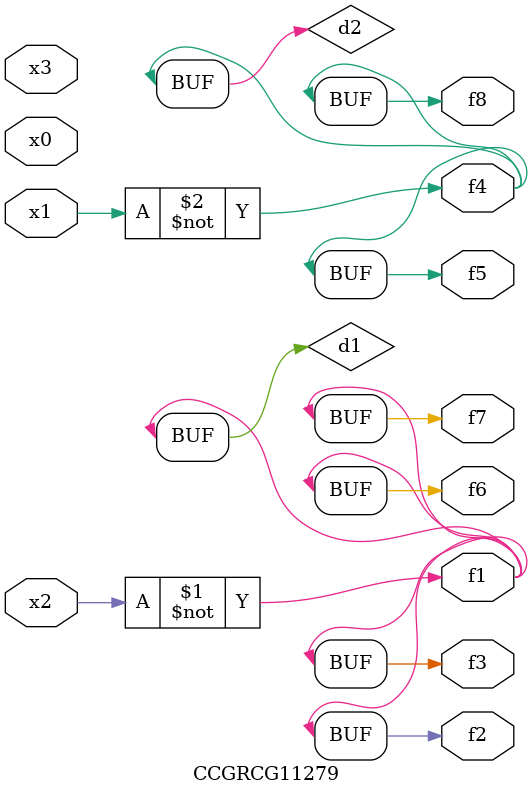
<source format=v>
module CCGRCG11279(
	input x0, x1, x2, x3,
	output f1, f2, f3, f4, f5, f6, f7, f8
);

	wire d1, d2;

	xnor (d1, x2);
	not (d2, x1);
	assign f1 = d1;
	assign f2 = d1;
	assign f3 = d1;
	assign f4 = d2;
	assign f5 = d2;
	assign f6 = d1;
	assign f7 = d1;
	assign f8 = d2;
endmodule

</source>
